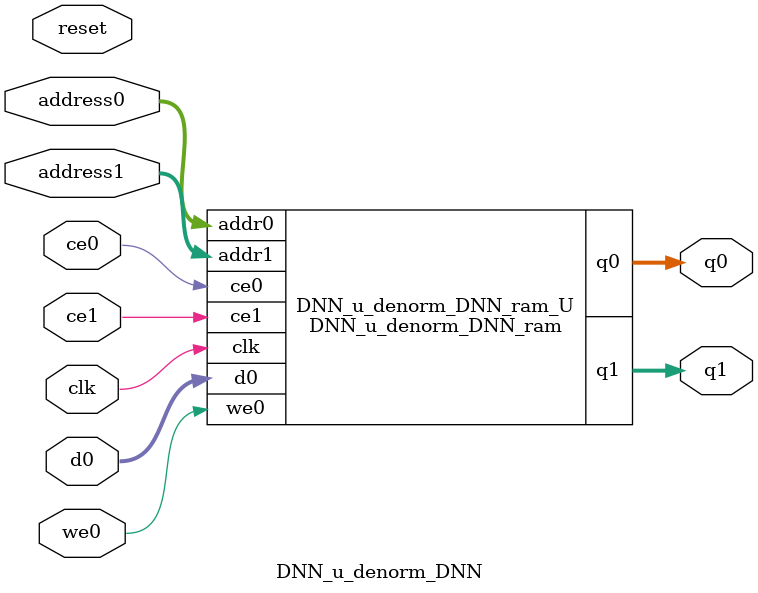
<source format=v>
`timescale 1 ns / 1 ps
module DNN_u_denorm_DNN_ram (addr0, ce0, d0, we0, q0, addr1, ce1, q1,  clk);

parameter DWIDTH = 32;
parameter AWIDTH = 7;
parameter MEM_SIZE = 104;

input[AWIDTH-1:0] addr0;
input ce0;
input[DWIDTH-1:0] d0;
input we0;
output reg[DWIDTH-1:0] q0;
input[AWIDTH-1:0] addr1;
input ce1;
output reg[DWIDTH-1:0] q1;
input clk;

(* ram_style = "block" *)reg [DWIDTH-1:0] ram[0:MEM_SIZE-1];




always @(posedge clk)  
begin 
    if (ce0) 
    begin
        if (we0) 
        begin 
            ram[addr0] <= d0; 
        end 
        q0 <= ram[addr0];
    end
end


always @(posedge clk)  
begin 
    if (ce1) 
    begin
        q1 <= ram[addr1];
    end
end


endmodule

`timescale 1 ns / 1 ps
module DNN_u_denorm_DNN(
    reset,
    clk,
    address0,
    ce0,
    we0,
    d0,
    q0,
    address1,
    ce1,
    q1);

parameter DataWidth = 32'd32;
parameter AddressRange = 32'd104;
parameter AddressWidth = 32'd7;
input reset;
input clk;
input[AddressWidth - 1:0] address0;
input ce0;
input we0;
input[DataWidth - 1:0] d0;
output[DataWidth - 1:0] q0;
input[AddressWidth - 1:0] address1;
input ce1;
output[DataWidth - 1:0] q1;



DNN_u_denorm_DNN_ram DNN_u_denorm_DNN_ram_U(
    .clk( clk ),
    .addr0( address0 ),
    .ce0( ce0 ),
    .we0( we0 ),
    .d0( d0 ),
    .q0( q0 ),
    .addr1( address1 ),
    .ce1( ce1 ),
    .q1( q1 ));

endmodule


</source>
